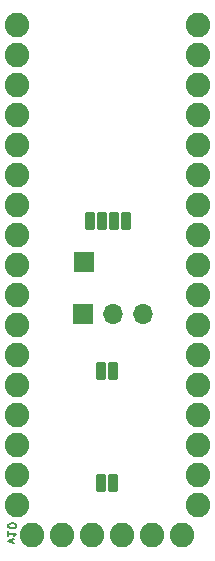
<source format=gbr>
G04 #@! TF.GenerationSoftware,KiCad,Pcbnew,(7.0.0)*
G04 #@! TF.CreationDate,2023-04-22T14:23:37+07:00*
G04 #@! TF.ProjectId,nrf52840-qfaa-breakout,6e726635-3238-4343-902d-716661612d62,rev?*
G04 #@! TF.SameCoordinates,Original*
G04 #@! TF.FileFunction,Soldermask,Bot*
G04 #@! TF.FilePolarity,Negative*
%FSLAX46Y46*%
G04 Gerber Fmt 4.6, Leading zero omitted, Abs format (unit mm)*
G04 Created by KiCad (PCBNEW (7.0.0)) date 2023-04-22 14:23:37*
%MOMM*%
%LPD*%
G01*
G04 APERTURE LIST*
G04 Aperture macros list*
%AMRoundRect*
0 Rectangle with rounded corners*
0 $1 Rounding radius*
0 $2 $3 $4 $5 $6 $7 $8 $9 X,Y pos of 4 corners*
0 Add a 4 corners polygon primitive as box body*
4,1,4,$2,$3,$4,$5,$6,$7,$8,$9,$2,$3,0*
0 Add four circle primitives for the rounded corners*
1,1,$1+$1,$2,$3*
1,1,$1+$1,$4,$5*
1,1,$1+$1,$6,$7*
1,1,$1+$1,$8,$9*
0 Add four rect primitives between the rounded corners*
20,1,$1+$1,$2,$3,$4,$5,0*
20,1,$1+$1,$4,$5,$6,$7,0*
20,1,$1+$1,$6,$7,$8,$9,0*
20,1,$1+$1,$8,$9,$2,$3,0*%
G04 Aperture macros list end*
%ADD10C,0.177800*%
%ADD11R,1.700000X1.700000*%
%ADD12O,1.700000X1.700000*%
%ADD13C,2.082800*%
%ADD14RoundRect,0.101600X-0.317500X-0.635000X0.317500X-0.635000X0.317500X0.635000X-0.317500X0.635000X0*%
%ADD15RoundRect,0.101600X0.317500X0.635000X-0.317500X0.635000X-0.317500X-0.635000X0.317500X-0.635000X0*%
G04 APERTURE END LIST*
D10*
X140546800Y-130396666D02*
X140072666Y-130227332D01*
X140072666Y-130227332D02*
X140546800Y-130057999D01*
X140072666Y-129414532D02*
X140072666Y-129820932D01*
X140072666Y-129617732D02*
X140783866Y-129617732D01*
X140783866Y-129617732D02*
X140682266Y-129685465D01*
X140682266Y-129685465D02*
X140614533Y-129753199D01*
X140614533Y-129753199D02*
X140580666Y-129820932D01*
X140783866Y-128974266D02*
X140783866Y-128906532D01*
X140783866Y-128906532D02*
X140750000Y-128838799D01*
X140750000Y-128838799D02*
X140716133Y-128804932D01*
X140716133Y-128804932D02*
X140648400Y-128771066D01*
X140648400Y-128771066D02*
X140512933Y-128737199D01*
X140512933Y-128737199D02*
X140343600Y-128737199D01*
X140343600Y-128737199D02*
X140208133Y-128771066D01*
X140208133Y-128771066D02*
X140140400Y-128804932D01*
X140140400Y-128804932D02*
X140106533Y-128838799D01*
X140106533Y-128838799D02*
X140072666Y-128906532D01*
X140072666Y-128906532D02*
X140072666Y-128974266D01*
X140072666Y-128974266D02*
X140106533Y-129041999D01*
X140106533Y-129041999D02*
X140140400Y-129075866D01*
X140140400Y-129075866D02*
X140208133Y-129109732D01*
X140208133Y-129109732D02*
X140343600Y-129143599D01*
X140343600Y-129143599D02*
X140512933Y-129143599D01*
X140512933Y-129143599D02*
X140648400Y-129109732D01*
X140648400Y-129109732D02*
X140716133Y-129075866D01*
X140716133Y-129075866D02*
X140750000Y-129041999D01*
X140750000Y-129041999D02*
X140783866Y-128974266D01*
D11*
G04 #@! TO.C,J5*
X146409999Y-111039999D03*
D12*
X148949999Y-111039999D03*
X151489999Y-111039999D03*
G04 #@! TD*
D13*
G04 #@! TO.C,J4*
X156150000Y-127220000D03*
X156150000Y-124680000D03*
X156150000Y-122140000D03*
X156150000Y-119600000D03*
X156150000Y-117060000D03*
X156150000Y-114520000D03*
X156150000Y-111980000D03*
X156150000Y-109440000D03*
X156150000Y-106900000D03*
X156150000Y-104360000D03*
X156150000Y-101820000D03*
X156150000Y-99280000D03*
X156150000Y-96740000D03*
X156150000Y-94200000D03*
X156150000Y-91660000D03*
X156150000Y-89120000D03*
X156150000Y-86580000D03*
G04 #@! TD*
G04 #@! TO.C,J1*
X142130000Y-129750000D03*
X144670000Y-129750000D03*
X147210000Y-129750000D03*
X149750000Y-129750000D03*
X152290000Y-129750000D03*
X154830000Y-129750000D03*
G04 #@! TD*
G04 #@! TO.C,J3*
X140875000Y-127200000D03*
X140875000Y-124660000D03*
X140875000Y-122120000D03*
X140875000Y-119580000D03*
X140875000Y-117040000D03*
X140875000Y-114500000D03*
X140875000Y-111960000D03*
X140875000Y-109420000D03*
X140875000Y-106880000D03*
X140875000Y-104340000D03*
X140875000Y-101800000D03*
X140875000Y-99260000D03*
X140875000Y-96720000D03*
X140875000Y-94180000D03*
X140875000Y-91640000D03*
X140875000Y-89100000D03*
X140875000Y-86560000D03*
G04 #@! TD*
D11*
G04 #@! TO.C,J2*
X146489999Y-106589999D03*
G04 #@! TD*
D14*
G04 #@! TO.C,JP1*
X147992000Y-125350000D03*
X149008000Y-125350000D03*
G04 #@! TD*
G04 #@! TO.C,JP4*
X147002000Y-103100000D03*
X148018000Y-103100000D03*
G04 #@! TD*
D15*
G04 #@! TO.C,JP6*
X149008000Y-115800000D03*
X147992000Y-115800000D03*
G04 #@! TD*
G04 #@! TO.C,JP5*
X150068000Y-103140000D03*
X149052000Y-103140000D03*
G04 #@! TD*
M02*

</source>
